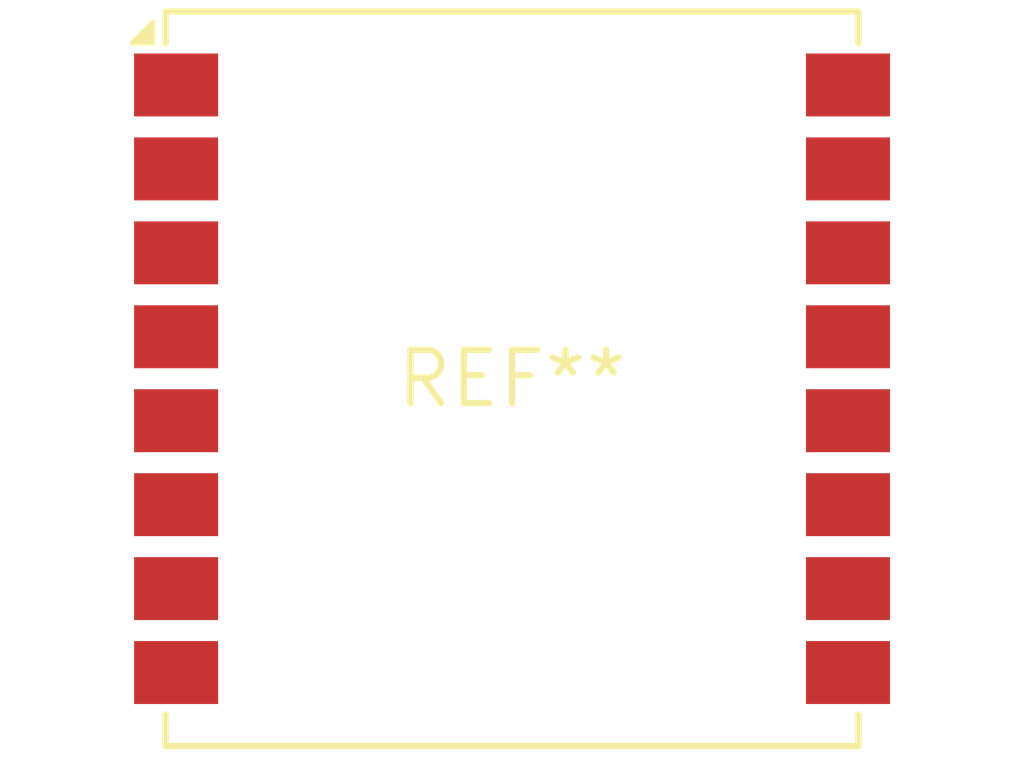
<source format=kicad_pcb>
(kicad_pcb (version 20240108) (generator pcbnew)
  (layers (0 "F.Cu" signal) (31 "B.Cu" signal) (34 "B.Paste" user) (35 "F.Paste" user) (36 "B.SilkS" user "B.Silkscreen") (37 "F.SilkS" user "F.Silkscreen") (38 "B.Mask" user) (39 "F.Mask" user) (44 "Edge.Cuts" user))
  (net 0 "")
  (footprint "Ai-Thinker-Ra-01-LoRa" (layer "F.Cu") (at 0 0)
    (property "Reference" "REF**")
    (property "Value" "Ai-Thinker-Ra-01-LoRa")
    (fp_line (start -8.25 -8.75) (end 8.25 -8.75) (layer "F.SilkS") (stroke (width 0.15)))
    (fp_line (start -8.25 -8) (end -8.25 -8.75) (layer "F.SilkS") (stroke (width 0.15)))
    (fp_line (start -8.25 8) (end -8.25 8.75) (layer "F.SilkS") (stroke (width 0.15)))
    (fp_line (start -8.25 8.75) (end 8.25 8.75) (layer "F.SilkS") (stroke (width 0.15)))
    (fp_line (start 8.25 -8.75) (end 8.25 -8) (layer "F.SilkS") (stroke (width 0.15)))
    (fp_line (start 8.25 8.75) (end 8.25 8) (layer "F.SilkS") (stroke (width 0.15)))
    (fp_poly (pts (xy -8.55 -8) (xy -9.05 -8) (xy -8.55 -8.5) (xy -8.55 -8)) (layer "F.SilkS") (stroke (width 0.12)) (fill solid))
    (pad "1" smd rect (at -8 -7) (size 2 1.5) (layers "F.Cu" "F.Paste" "F.Mask"))
    (pad "2" smd rect (at -8 -5) (size 2 1.5) (layers "F.Cu" "F.Paste" "F.Mask"))
    (pad "3" smd rect (at -8 -3) (size 2 1.5) (layers "F.Cu" "F.Paste" "F.Mask"))
    (pad "4" smd rect (at -8 -1) (size 2 1.5) (layers "F.Cu" "F.Paste" "F.Mask"))
    (pad "5" smd rect (at -8 1) (size 2 1.5) (layers "F.Cu" "F.Paste" "F.Mask"))
    (pad "6" smd rect (at -8 3) (size 2 1.5) (layers "F.Cu" "F.Paste" "F.Mask"))
    (pad "7" smd rect (at -8 5) (size 2 1.5) (layers "F.Cu" "F.Paste" "F.Mask"))
    (pad "8" smd rect (at -8 7) (size 2 1.5) (layers "F.Cu" "F.Paste" "F.Mask"))
    (pad "9" smd rect (at 8 7) (size 2 1.5) (layers "F.Cu" "F.Paste" "F.Mask"))
    (pad "10" smd rect (at 8 5) (size 2 1.5) (layers "F.Cu" "F.Paste" "F.Mask"))
    (pad "11" smd rect (at 8 3) (size 2 1.5) (layers "F.Cu" "F.Paste" "F.Mask"))
    (pad "12" smd rect (at 8 1) (size 2 1.5) (layers "F.Cu" "F.Paste" "F.Mask"))
    (pad "13" smd rect (at 8 -1) (size 2 1.5) (layers "F.Cu" "F.Paste" "F.Mask"))
    (pad "14" smd rect (at 8 -3) (size 2 1.5) (layers "F.Cu" "F.Paste" "F.Mask"))
    (pad "15" smd rect (at 8 -5) (size 2 1.5) (layers "F.Cu" "F.Paste" "F.Mask"))
    (pad "16" smd rect (at 8 -7) (size 2 1.5) (layers "F.Cu" "F.Paste" "F.Mask"))
  )
)
</source>
